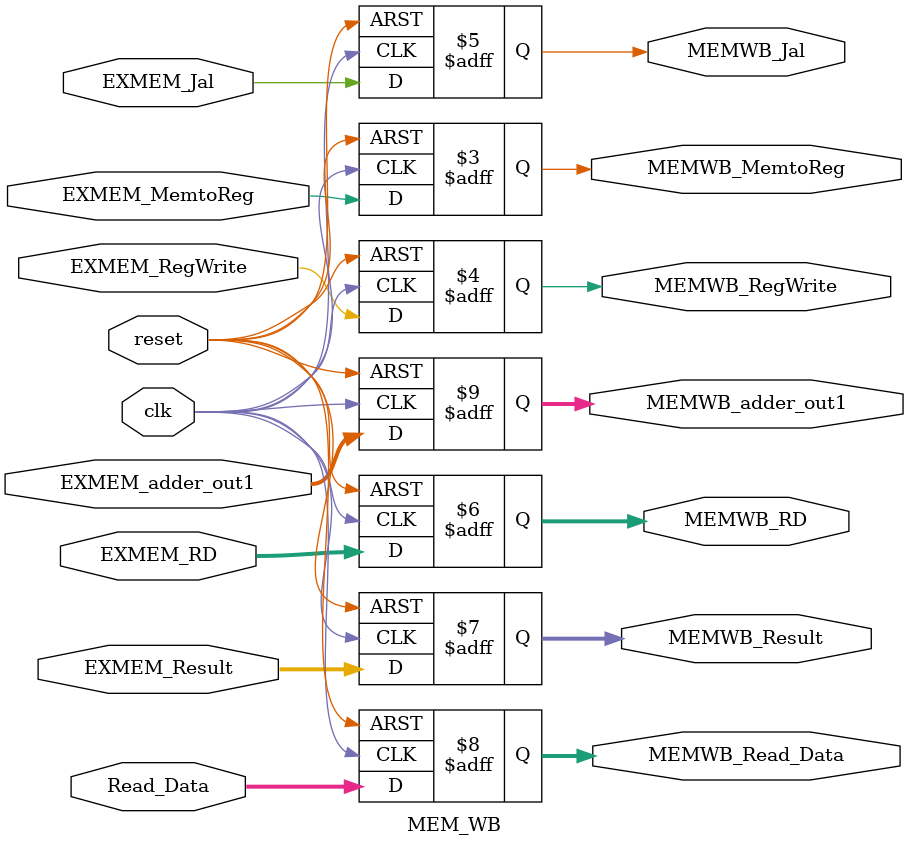
<source format=v>
`timescale 1ns / 1ps

module MEM_WB(
    input clk, reset,
    input EXMEM_RegWrite, EXMEM_MemtoReg, EXMEM_Jal,
    input [4:0] EXMEM_RD,
    input [63:0] EXMEM_Result, Read_Data, EXMEM_adder_out1,
    output reg MEMWB_MemtoReg, MEMWB_RegWrite, MEMWB_Jal,
    output reg [4:0] MEMWB_RD, 
    output reg [63:0] MEMWB_Result, MEMWB_Read_Data, MEMWB_adder_out1
);
always @(posedge clk or posedge reset) begin
    if (reset == 1'b1) begin
        MEMWB_MemtoReg = 0; 
        MEMWB_RegWrite = 0; 
        MEMWB_Jal = 0;
        MEMWB_RD = 0;
        MEMWB_Result = 0; 
        MEMWB_Read_Data = 0;
        MEMWB_adder_out1 = 0;
    end
    else begin
        MEMWB_MemtoReg = EXMEM_MemtoReg; 
        MEMWB_RegWrite = EXMEM_RegWrite; 
        MEMWB_Jal = EXMEM_Jal;
        MEMWB_RD = EXMEM_RD;
        MEMWB_Result = EXMEM_Result; 
        MEMWB_Read_Data = Read_Data;
        MEMWB_adder_out1 = EXMEM_adder_out1;
    end 
end
endmodule

</source>
